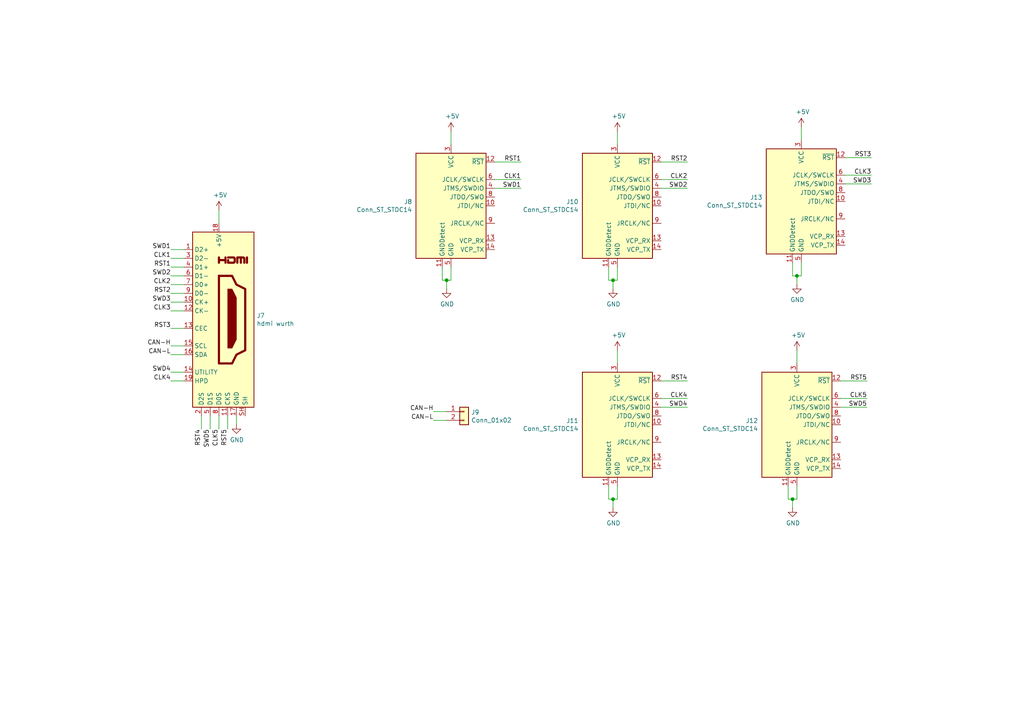
<source format=kicad_sch>
(kicad_sch (version 20211123) (generator eeschema)

  (uuid 3c121a93-b189-409b-a104-2bdd37ff0b51)

  (paper "A4")

  (lib_symbols
    (symbol "Connector:Conn_ST_STDC14" (in_bom yes) (on_board yes)
      (property "Reference" "J" (id 0) (at -8.89 16.51 0)
        (effects (font (size 1.27 1.27)) (justify right))
      )
      (property "Value" "Conn_ST_STDC14" (id 1) (at 17.78 16.51 0)
        (effects (font (size 1.27 1.27)) (justify right bottom))
      )
      (property "Footprint" "" (id 2) (at 0 0 0)
        (effects (font (size 1.27 1.27)) hide)
      )
      (property "Datasheet" "https://www.st.com/content/ccc/resource/technical/document/user_manual/group1/99/49/91/b6/b2/3a/46/e5/DM00526767/files/DM00526767.pdf/jcr:content/translations/en.DM00526767.pdf" (id 3) (at -8.89 -31.75 90)
        (effects (font (size 1.27 1.27)) hide)
      )
      (property "ki_keywords" "ST STM32 Cortex Debug Connector ARM SWD JTAG" (id 4) (at 0 0 0)
        (effects (font (size 1.27 1.27)) hide)
      )
      (property "ki_description" "ST Debug Connector, standard ARM Cortex-M SWD and JTAG interface plus UART" (id 5) (at 0 0 0)
        (effects (font (size 1.27 1.27)) hide)
      )
      (property "ki_fp_filters" "PinHeader?2x07?P1.27mm*" (id 6) (at 0 0 0)
        (effects (font (size 1.27 1.27)) hide)
      )
      (symbol "Conn_ST_STDC14_0_1"
        (rectangle (start -10.16 15.24) (end 10.16 -15.24)
          (stroke (width 0.254) (type default) (color 0 0 0 0))
          (fill (type background))
        )
      )
      (symbol "Conn_ST_STDC14_1_1"
        (pin no_connect line (at -10.16 5.08 0) (length 2.54) hide
          (name "NC" (effects (font (size 1.27 1.27))))
          (number "1" (effects (font (size 1.27 1.27))))
        )
        (pin output line (at 12.7 0 180) (length 2.54)
          (name "JTDI/NC" (effects (font (size 1.27 1.27))))
          (number "10" (effects (font (size 1.27 1.27))))
        )
        (pin passive line (at -2.54 -17.78 90) (length 2.54)
          (name "GNDDetect" (effects (font (size 1.27 1.27))))
          (number "11" (effects (font (size 1.27 1.27))))
        )
        (pin open_collector line (at 12.7 12.7 180) (length 2.54)
          (name "~{RST}" (effects (font (size 1.27 1.27))))
          (number "12" (effects (font (size 1.27 1.27))))
        )
        (pin output line (at 12.7 -10.16 180) (length 2.54)
          (name "VCP_RX" (effects (font (size 1.27 1.27))))
          (number "13" (effects (font (size 1.27 1.27))))
        )
        (pin input line (at 12.7 -12.7 180) (length 2.54)
          (name "VCP_TX" (effects (font (size 1.27 1.27))))
          (number "14" (effects (font (size 1.27 1.27))))
        )
        (pin no_connect line (at -10.16 2.54 0) (length 2.54) hide
          (name "NC" (effects (font (size 1.27 1.27))))
          (number "2" (effects (font (size 1.27 1.27))))
        )
        (pin power_in line (at 0 17.78 270) (length 2.54)
          (name "VCC" (effects (font (size 1.27 1.27))))
          (number "3" (effects (font (size 1.27 1.27))))
        )
        (pin bidirectional line (at 12.7 5.08 180) (length 2.54)
          (name "JTMS/SWDIO" (effects (font (size 1.27 1.27))))
          (number "4" (effects (font (size 1.27 1.27))))
        )
        (pin power_in line (at 0 -17.78 90) (length 2.54)
          (name "GND" (effects (font (size 1.27 1.27))))
          (number "5" (effects (font (size 1.27 1.27))))
        )
        (pin output line (at 12.7 7.62 180) (length 2.54)
          (name "JCLK/SWCLK" (effects (font (size 1.27 1.27))))
          (number "6" (effects (font (size 1.27 1.27))))
        )
        (pin passive line (at 0 -17.78 90) (length 2.54) hide
          (name "GND" (effects (font (size 1.27 1.27))))
          (number "7" (effects (font (size 1.27 1.27))))
        )
        (pin input line (at 12.7 2.54 180) (length 2.54)
          (name "JTDO/SWO" (effects (font (size 1.27 1.27))))
          (number "8" (effects (font (size 1.27 1.27))))
        )
        (pin input line (at 12.7 -5.08 180) (length 2.54)
          (name "JRCLK/NC" (effects (font (size 1.27 1.27))))
          (number "9" (effects (font (size 1.27 1.27))))
        )
      )
    )
    (symbol "Connector:HDMI_A" (in_bom yes) (on_board yes)
      (property "Reference" "J" (id 0) (at -6.35 26.67 0)
        (effects (font (size 1.27 1.27)))
      )
      (property "Value" "HDMI_A" (id 1) (at 10.16 26.67 0)
        (effects (font (size 1.27 1.27)))
      )
      (property "Footprint" "" (id 2) (at 0.635 0 0)
        (effects (font (size 1.27 1.27)) hide)
      )
      (property "Datasheet" "https://en.wikipedia.org/wiki/HDMI" (id 3) (at 0.635 0 0)
        (effects (font (size 1.27 1.27)) hide)
      )
      (property "ki_keywords" "hdmi conn" (id 4) (at 0 0 0)
        (effects (font (size 1.27 1.27)) hide)
      )
      (property "ki_description" "HDMI type A connector" (id 5) (at 0 0 0)
        (effects (font (size 1.27 1.27)) hide)
      )
      (property "ki_fp_filters" "HDMI*A*" (id 6) (at 0 0 0)
        (effects (font (size 1.27 1.27)) hide)
      )
      (symbol "HDMI_A_0_0"
        (polyline
          (pts
            (xy 8.128 16.51)
            (xy 8.128 18.034)
          )
          (stroke (width 0.635) (type default) (color 0 0 0 0))
          (fill (type none))
        )
        (polyline
          (pts
            (xy 0 16.51)
            (xy 0 18.034)
            (xy 0 17.272)
            (xy 1.905 17.272)
            (xy 1.905 18.034)
            (xy 1.905 16.51)
          )
          (stroke (width 0.635) (type default) (color 0 0 0 0))
          (fill (type none))
        )
        (polyline
          (pts
            (xy 2.667 18.034)
            (xy 4.318 18.034)
            (xy 4.572 17.78)
            (xy 4.572 16.764)
            (xy 4.318 16.51)
            (xy 2.667 16.51)
            (xy 2.667 17.272)
          )
          (stroke (width 0.635) (type default) (color 0 0 0 0))
          (fill (type none))
        )
      )
      (symbol "HDMI_A_0_1"
        (rectangle (start -7.62 25.4) (end 10.16 -25.4)
          (stroke (width 0.254) (type default) (color 0 0 0 0))
          (fill (type background))
        )
        (polyline
          (pts
            (xy 2.54 8.89)
            (xy 3.81 8.89)
            (xy 5.08 6.35)
            (xy 5.08 -5.715)
            (xy 3.81 -8.255)
            (xy 2.54 -8.255)
            (xy 2.54 8.89)
          )
          (stroke (width 0) (type default) (color 0 0 0 0))
          (fill (type outline))
        )
        (polyline
          (pts
            (xy 5.334 16.51)
            (xy 5.334 18.034)
            (xy 6.35 18.034)
            (xy 6.35 16.51)
            (xy 6.35 18.034)
            (xy 7.112 18.034)
            (xy 7.366 17.78)
            (xy 7.366 16.51)
          )
          (stroke (width 0.635) (type default) (color 0 0 0 0))
          (fill (type none))
        )
        (polyline
          (pts
            (xy 0 12.7)
            (xy 0 -12.7)
            (xy 3.81 -12.7)
            (xy 5.08 -10.16)
            (xy 7.62 -8.89)
            (xy 7.62 8.89)
            (xy 5.08 10.16)
            (xy 3.81 12.7)
            (xy 0 12.7)
          )
          (stroke (width 0.635) (type default) (color 0 0 0 0))
          (fill (type none))
        )
      )
      (symbol "HDMI_A_1_1"
        (pin passive line (at -10.16 20.32 0) (length 2.54)
          (name "D2+" (effects (font (size 1.27 1.27))))
          (number "1" (effects (font (size 1.27 1.27))))
        )
        (pin passive line (at -10.16 5.08 0) (length 2.54)
          (name "CK+" (effects (font (size 1.27 1.27))))
          (number "10" (effects (font (size 1.27 1.27))))
        )
        (pin power_in line (at 2.54 -27.94 90) (length 2.54)
          (name "CKS" (effects (font (size 1.27 1.27))))
          (number "11" (effects (font (size 1.27 1.27))))
        )
        (pin passive line (at -10.16 2.54 0) (length 2.54)
          (name "CK-" (effects (font (size 1.27 1.27))))
          (number "12" (effects (font (size 1.27 1.27))))
        )
        (pin bidirectional line (at -10.16 -2.54 0) (length 2.54)
          (name "CEC" (effects (font (size 1.27 1.27))))
          (number "13" (effects (font (size 1.27 1.27))))
        )
        (pin passive line (at -10.16 -15.24 0) (length 2.54)
          (name "UTILITY" (effects (font (size 1.27 1.27))))
          (number "14" (effects (font (size 1.27 1.27))))
        )
        (pin passive line (at -10.16 -7.62 0) (length 2.54)
          (name "SCL" (effects (font (size 1.27 1.27))))
          (number "15" (effects (font (size 1.27 1.27))))
        )
        (pin bidirectional line (at -10.16 -10.16 0) (length 2.54)
          (name "SDA" (effects (font (size 1.27 1.27))))
          (number "16" (effects (font (size 1.27 1.27))))
        )
        (pin power_in line (at 5.08 -27.94 90) (length 2.54)
          (name "GND" (effects (font (size 1.27 1.27))))
          (number "17" (effects (font (size 1.27 1.27))))
        )
        (pin power_in line (at 0 27.94 270) (length 2.54)
          (name "+5V" (effects (font (size 1.27 1.27))))
          (number "18" (effects (font (size 1.27 1.27))))
        )
        (pin passive line (at -10.16 -17.78 0) (length 2.54)
          (name "HPD" (effects (font (size 1.27 1.27))))
          (number "19" (effects (font (size 1.27 1.27))))
        )
        (pin power_in line (at -5.08 -27.94 90) (length 2.54)
          (name "D2S" (effects (font (size 1.27 1.27))))
          (number "2" (effects (font (size 1.27 1.27))))
        )
        (pin passive line (at -10.16 17.78 0) (length 2.54)
          (name "D2-" (effects (font (size 1.27 1.27))))
          (number "3" (effects (font (size 1.27 1.27))))
        )
        (pin passive line (at -10.16 15.24 0) (length 2.54)
          (name "D1+" (effects (font (size 1.27 1.27))))
          (number "4" (effects (font (size 1.27 1.27))))
        )
        (pin power_in line (at -2.54 -27.94 90) (length 2.54)
          (name "D1S" (effects (font (size 1.27 1.27))))
          (number "5" (effects (font (size 1.27 1.27))))
        )
        (pin passive line (at -10.16 12.7 0) (length 2.54)
          (name "D1-" (effects (font (size 1.27 1.27))))
          (number "6" (effects (font (size 1.27 1.27))))
        )
        (pin passive line (at -10.16 10.16 0) (length 2.54)
          (name "D0+" (effects (font (size 1.27 1.27))))
          (number "7" (effects (font (size 1.27 1.27))))
        )
        (pin power_in line (at 0 -27.94 90) (length 2.54)
          (name "D0S" (effects (font (size 1.27 1.27))))
          (number "8" (effects (font (size 1.27 1.27))))
        )
        (pin passive line (at -10.16 7.62 0) (length 2.54)
          (name "D0-" (effects (font (size 1.27 1.27))))
          (number "9" (effects (font (size 1.27 1.27))))
        )
        (pin passive line (at 7.62 -27.94 90) (length 2.54)
          (name "SH" (effects (font (size 1.27 1.27))))
          (number "SH" (effects (font (size 1.27 1.27))))
        )
      )
    )
    (symbol "Connector_Generic:Conn_01x02" (pin_names (offset 1.016) hide) (in_bom yes) (on_board yes)
      (property "Reference" "J" (id 0) (at 0 2.54 0)
        (effects (font (size 1.27 1.27)))
      )
      (property "Value" "Conn_01x02" (id 1) (at 0 -5.08 0)
        (effects (font (size 1.27 1.27)))
      )
      (property "Footprint" "" (id 2) (at 0 0 0)
        (effects (font (size 1.27 1.27)) hide)
      )
      (property "Datasheet" "~" (id 3) (at 0 0 0)
        (effects (font (size 1.27 1.27)) hide)
      )
      (property "ki_keywords" "connector" (id 4) (at 0 0 0)
        (effects (font (size 1.27 1.27)) hide)
      )
      (property "ki_description" "Generic connector, single row, 01x02, script generated (kicad-library-utils/schlib/autogen/connector/)" (id 5) (at 0 0 0)
        (effects (font (size 1.27 1.27)) hide)
      )
      (property "ki_fp_filters" "Connector*:*_1x??_*" (id 6) (at 0 0 0)
        (effects (font (size 1.27 1.27)) hide)
      )
      (symbol "Conn_01x02_1_1"
        (rectangle (start -1.27 -2.413) (end 0 -2.667)
          (stroke (width 0.1524) (type default) (color 0 0 0 0))
          (fill (type none))
        )
        (rectangle (start -1.27 0.127) (end 0 -0.127)
          (stroke (width 0.1524) (type default) (color 0 0 0 0))
          (fill (type none))
        )
        (rectangle (start -1.27 1.27) (end 1.27 -3.81)
          (stroke (width 0.254) (type default) (color 0 0 0 0))
          (fill (type background))
        )
        (pin passive line (at -5.08 0 0) (length 3.81)
          (name "Pin_1" (effects (font (size 1.27 1.27))))
          (number "1" (effects (font (size 1.27 1.27))))
        )
        (pin passive line (at -5.08 -2.54 0) (length 3.81)
          (name "Pin_2" (effects (font (size 1.27 1.27))))
          (number "2" (effects (font (size 1.27 1.27))))
        )
      )
    )
    (symbol "power:+5V" (power) (pin_names (offset 0)) (in_bom yes) (on_board yes)
      (property "Reference" "#PWR" (id 0) (at 0 -3.81 0)
        (effects (font (size 1.27 1.27)) hide)
      )
      (property "Value" "+5V" (id 1) (at 0 3.556 0)
        (effects (font (size 1.27 1.27)))
      )
      (property "Footprint" "" (id 2) (at 0 0 0)
        (effects (font (size 1.27 1.27)) hide)
      )
      (property "Datasheet" "" (id 3) (at 0 0 0)
        (effects (font (size 1.27 1.27)) hide)
      )
      (property "ki_keywords" "power-flag" (id 4) (at 0 0 0)
        (effects (font (size 1.27 1.27)) hide)
      )
      (property "ki_description" "Power symbol creates a global label with name \"+5V\"" (id 5) (at 0 0 0)
        (effects (font (size 1.27 1.27)) hide)
      )
      (symbol "+5V_0_1"
        (polyline
          (pts
            (xy -0.762 1.27)
            (xy 0 2.54)
          )
          (stroke (width 0) (type default) (color 0 0 0 0))
          (fill (type none))
        )
        (polyline
          (pts
            (xy 0 0)
            (xy 0 2.54)
          )
          (stroke (width 0) (type default) (color 0 0 0 0))
          (fill (type none))
        )
        (polyline
          (pts
            (xy 0 2.54)
            (xy 0.762 1.27)
          )
          (stroke (width 0) (type default) (color 0 0 0 0))
          (fill (type none))
        )
      )
      (symbol "+5V_1_1"
        (pin power_in line (at 0 0 90) (length 0) hide
          (name "+5V" (effects (font (size 1.27 1.27))))
          (number "1" (effects (font (size 1.27 1.27))))
        )
      )
    )
    (symbol "power:GND" (power) (pin_names (offset 0)) (in_bom yes) (on_board yes)
      (property "Reference" "#PWR" (id 0) (at 0 -6.35 0)
        (effects (font (size 1.27 1.27)) hide)
      )
      (property "Value" "GND" (id 1) (at 0 -3.81 0)
        (effects (font (size 1.27 1.27)))
      )
      (property "Footprint" "" (id 2) (at 0 0 0)
        (effects (font (size 1.27 1.27)) hide)
      )
      (property "Datasheet" "" (id 3) (at 0 0 0)
        (effects (font (size 1.27 1.27)) hide)
      )
      (property "ki_keywords" "power-flag" (id 4) (at 0 0 0)
        (effects (font (size 1.27 1.27)) hide)
      )
      (property "ki_description" "Power symbol creates a global label with name \"GND\" , ground" (id 5) (at 0 0 0)
        (effects (font (size 1.27 1.27)) hide)
      )
      (symbol "GND_0_1"
        (polyline
          (pts
            (xy 0 0)
            (xy 0 -1.27)
            (xy 1.27 -1.27)
            (xy 0 -2.54)
            (xy -1.27 -1.27)
            (xy 0 -1.27)
          )
          (stroke (width 0) (type default) (color 0 0 0 0))
          (fill (type none))
        )
      )
      (symbol "GND_1_1"
        (pin power_in line (at 0 0 270) (length 0) hide
          (name "GND" (effects (font (size 1.27 1.27))))
          (number "1" (effects (font (size 1.27 1.27))))
        )
      )
    )
  )

  (junction (at 229.87 144.78) (diameter 0) (color 0 0 0 0)
    (uuid 0938c137-668b-4d2f-b92b-cadb1df72bdb)
  )
  (junction (at 177.8 81.28) (diameter 0) (color 0 0 0 0)
    (uuid 34ddb753-e57c-4ca8-a67b-d7cdf62cae93)
  )
  (junction (at 129.54 81.28) (diameter 0) (color 0 0 0 0)
    (uuid 6f5a9f10-1b2c-4916-b4e5-cb5bd0f851a0)
  )
  (junction (at 231.14 80.01) (diameter 0) (color 0 0 0 0)
    (uuid af6ac8e6-193c-4bd2-ac0b-7f515b538a8b)
  )
  (junction (at 177.8 144.78) (diameter 0) (color 0 0 0 0)
    (uuid d1817a81-d444-4cd9-95f6-174ec9e2a60e)
  )

  (wire (pts (xy 176.53 140.97) (xy 176.53 144.78))
    (stroke (width 0) (type default) (color 0 0 0 0))
    (uuid 003974b6-cb8f-491b-a226-fc7891eb9a62)
  )
  (wire (pts (xy 63.5 124.46) (xy 63.5 120.65))
    (stroke (width 0) (type default) (color 0 0 0 0))
    (uuid 01109662-12b4-48a3-b68d-624008909c2a)
  )
  (wire (pts (xy 176.53 81.28) (xy 177.8 81.28))
    (stroke (width 0) (type default) (color 0 0 0 0))
    (uuid 09c6ca89-863f-42d4-867e-9a769c316610)
  )
  (wire (pts (xy 60.96 124.46) (xy 60.96 120.65))
    (stroke (width 0) (type default) (color 0 0 0 0))
    (uuid 0e166909-afb5-4d70-a00b-dd78cd09b084)
  )
  (wire (pts (xy 199.39 46.99) (xy 191.77 46.99))
    (stroke (width 0) (type default) (color 0 0 0 0))
    (uuid 0e592cd4-1950-44ef-9727-8e526f4c4e12)
  )
  (wire (pts (xy 179.07 77.47) (xy 179.07 81.28))
    (stroke (width 0) (type default) (color 0 0 0 0))
    (uuid 11c7c8d4-4c4b-4330-bb59-1eec2e98b255)
  )
  (wire (pts (xy 199.39 110.49) (xy 191.77 110.49))
    (stroke (width 0) (type default) (color 0 0 0 0))
    (uuid 122b5574-57fe-4d2d-80bf-3cabd28e7128)
  )
  (wire (pts (xy 49.53 90.17) (xy 53.34 90.17))
    (stroke (width 0) (type default) (color 0 0 0 0))
    (uuid 1b5a32e4-0b8e-4f38-b679-71dc277c2087)
  )
  (wire (pts (xy 231.14 140.97) (xy 231.14 144.78))
    (stroke (width 0) (type default) (color 0 0 0 0))
    (uuid 1b98de85-f9de-4825-baf2-c96991615275)
  )
  (wire (pts (xy 177.8 144.78) (xy 177.8 147.32))
    (stroke (width 0) (type default) (color 0 0 0 0))
    (uuid 2522909e-6f5c-4f36-9c3a-869dca14e50f)
  )
  (wire (pts (xy 179.07 81.28) (xy 177.8 81.28))
    (stroke (width 0) (type default) (color 0 0 0 0))
    (uuid 28b01cd2-da3a-46ec-8825-b0f31a0b8987)
  )
  (wire (pts (xy 252.73 53.34) (xy 245.11 53.34))
    (stroke (width 0) (type default) (color 0 0 0 0))
    (uuid 2cd3975a-2259-4fa9-8133-e1586b9b9618)
  )
  (wire (pts (xy 176.53 77.47) (xy 176.53 81.28))
    (stroke (width 0) (type default) (color 0 0 0 0))
    (uuid 300aa512-2f66-4c26-a530-50c091b3a099)
  )
  (wire (pts (xy 125.73 121.92) (xy 129.54 121.92))
    (stroke (width 0) (type default) (color 0 0 0 0))
    (uuid 348dc703-3cab-4547-b664-e8b335a6083c)
  )
  (wire (pts (xy 179.07 144.78) (xy 177.8 144.78))
    (stroke (width 0) (type default) (color 0 0 0 0))
    (uuid 3a45fb3b-7899-44f2-a78a-f676359df67b)
  )
  (wire (pts (xy 229.87 80.01) (xy 231.14 80.01))
    (stroke (width 0) (type default) (color 0 0 0 0))
    (uuid 3b6dda98-f455-4961-854e-3c4cceecffcc)
  )
  (wire (pts (xy 53.34 77.47) (xy 49.53 77.47))
    (stroke (width 0) (type default) (color 0 0 0 0))
    (uuid 3c66e6e2-f12d-4b23-910e-e478d272dfd5)
  )
  (wire (pts (xy 129.54 81.28) (xy 129.54 83.82))
    (stroke (width 0) (type default) (color 0 0 0 0))
    (uuid 3f1ab70d-3263-42b5-9c61-0360188ff2b7)
  )
  (wire (pts (xy 49.53 82.55) (xy 53.34 82.55))
    (stroke (width 0) (type default) (color 0 0 0 0))
    (uuid 414f80f7-b2d5-43c3-a018-819efe44fe30)
  )
  (wire (pts (xy 232.41 80.01) (xy 231.14 80.01))
    (stroke (width 0) (type default) (color 0 0 0 0))
    (uuid 42f10020-b50a-4739-a546-6b63e441c980)
  )
  (wire (pts (xy 49.53 85.09) (xy 53.34 85.09))
    (stroke (width 0) (type default) (color 0 0 0 0))
    (uuid 494d4ce3-60c4-4021-8bd1-ab41a12b14ed)
  )
  (wire (pts (xy 191.77 115.57) (xy 199.39 115.57))
    (stroke (width 0) (type default) (color 0 0 0 0))
    (uuid 4f4bd227-fa4c-47f4-ad05-ee16ad4c58c2)
  )
  (wire (pts (xy 231.14 101.6) (xy 231.14 105.41))
    (stroke (width 0) (type default) (color 0 0 0 0))
    (uuid 5698a460-6e24-4857-84d8-4a43acd2325d)
  )
  (wire (pts (xy 49.53 107.95) (xy 53.34 107.95))
    (stroke (width 0) (type default) (color 0 0 0 0))
    (uuid 5a889284-4c9f-49be-8f02-e43e18550914)
  )
  (wire (pts (xy 179.07 38.1) (xy 179.07 41.91))
    (stroke (width 0) (type default) (color 0 0 0 0))
    (uuid 5bbde4f9-fcdb-4d27-a2d6-3847fcdd87ba)
  )
  (wire (pts (xy 53.34 102.87) (xy 49.53 102.87))
    (stroke (width 0) (type default) (color 0 0 0 0))
    (uuid 6742a066-6a5f-4185-90ae-b7fe8c6eda52)
  )
  (wire (pts (xy 232.41 76.2) (xy 232.41 80.01))
    (stroke (width 0) (type default) (color 0 0 0 0))
    (uuid 68039801-1b0f-480a-861d-d55f24af0c17)
  )
  (wire (pts (xy 245.11 50.8) (xy 252.73 50.8))
    (stroke (width 0) (type default) (color 0 0 0 0))
    (uuid 70abf340-8b3e-403e-a5e2-d8f35caa2f87)
  )
  (wire (pts (xy 228.6 144.78) (xy 229.87 144.78))
    (stroke (width 0) (type default) (color 0 0 0 0))
    (uuid 74096bdc-b668-408c-af3a-b048c20bd605)
  )
  (wire (pts (xy 179.07 140.97) (xy 179.07 144.78))
    (stroke (width 0) (type default) (color 0 0 0 0))
    (uuid 7c0866b5-b180-4be6-9e62-43f5b191d6d4)
  )
  (wire (pts (xy 125.73 119.38) (xy 129.54 119.38))
    (stroke (width 0) (type default) (color 0 0 0 0))
    (uuid 7d2eba81-aa80-4257-a5a7-9a6179da897e)
  )
  (wire (pts (xy 252.73 45.72) (xy 245.11 45.72))
    (stroke (width 0) (type default) (color 0 0 0 0))
    (uuid 7de6564c-7ad6-4d57-a54c-8d2835ff5cdc)
  )
  (wire (pts (xy 243.84 115.57) (xy 251.46 115.57))
    (stroke (width 0) (type default) (color 0 0 0 0))
    (uuid 8220ba36-5fda-4461-95e2-49a5bc0c76af)
  )
  (wire (pts (xy 49.53 87.63) (xy 53.34 87.63))
    (stroke (width 0) (type default) (color 0 0 0 0))
    (uuid 84febc35-87fd-4cad-8e04-2b66390cfc12)
  )
  (wire (pts (xy 229.87 144.78) (xy 229.87 147.32))
    (stroke (width 0) (type default) (color 0 0 0 0))
    (uuid 89df70f4-3579-42b9-861e-6beb04a3b25e)
  )
  (wire (pts (xy 130.81 38.1) (xy 130.81 41.91))
    (stroke (width 0) (type default) (color 0 0 0 0))
    (uuid 94c3d0e3-d7fb-421d-bbb4-5c800d76c809)
  )
  (wire (pts (xy 151.13 46.99) (xy 143.51 46.99))
    (stroke (width 0) (type default) (color 0 0 0 0))
    (uuid 9a595c4c-9ac1-4ae3-8ff3-1b7f2281a894)
  )
  (wire (pts (xy 151.13 54.61) (xy 143.51 54.61))
    (stroke (width 0) (type default) (color 0 0 0 0))
    (uuid 9b07d532-5f76-4469-8dbf-25ac27eef589)
  )
  (wire (pts (xy 191.77 52.07) (xy 199.39 52.07))
    (stroke (width 0) (type default) (color 0 0 0 0))
    (uuid a150f0c9-1a23-4200-b489-18791f6d5ce5)
  )
  (wire (pts (xy 143.51 52.07) (xy 151.13 52.07))
    (stroke (width 0) (type default) (color 0 0 0 0))
    (uuid a26bdee6-0e16-4ea6-87f7-fb32c714896e)
  )
  (wire (pts (xy 49.53 80.01) (xy 53.34 80.01))
    (stroke (width 0) (type default) (color 0 0 0 0))
    (uuid a419542a-0c78-421e-9ac7-81d3afba6186)
  )
  (wire (pts (xy 177.8 81.28) (xy 177.8 83.82))
    (stroke (width 0) (type default) (color 0 0 0 0))
    (uuid a49e8613-3cd2-48ed-8977-6bb5023f7722)
  )
  (wire (pts (xy 68.58 120.65) (xy 68.58 123.19))
    (stroke (width 0) (type default) (color 0 0 0 0))
    (uuid a67dbe3b-ec7d-4ea5-b0e5-715c5263d8da)
  )
  (wire (pts (xy 66.04 124.46) (xy 66.04 120.65))
    (stroke (width 0) (type default) (color 0 0 0 0))
    (uuid b754bfb3-a198-47be-8e7b-61bec885a5db)
  )
  (wire (pts (xy 58.42 120.65) (xy 58.42 124.46))
    (stroke (width 0) (type default) (color 0 0 0 0))
    (uuid bc1d5740-b0c7-4566-95b0-470ac47a1fb3)
  )
  (wire (pts (xy 128.27 81.28) (xy 129.54 81.28))
    (stroke (width 0) (type default) (color 0 0 0 0))
    (uuid bde3f73b-f869-498d-a8d7-18346cb7179e)
  )
  (wire (pts (xy 63.5 60.96) (xy 63.5 64.77))
    (stroke (width 0) (type default) (color 0 0 0 0))
    (uuid c480dba7-51ff-4a4f-9251-e48b2784c64a)
  )
  (wire (pts (xy 176.53 144.78) (xy 177.8 144.78))
    (stroke (width 0) (type default) (color 0 0 0 0))
    (uuid c81031ca-cd56-4ea3-b0db-833cbbdd7b2e)
  )
  (wire (pts (xy 130.81 81.28) (xy 129.54 81.28))
    (stroke (width 0) (type default) (color 0 0 0 0))
    (uuid d2db53d0-2821-4ebe-bf21-b864eac8ca44)
  )
  (wire (pts (xy 130.81 77.47) (xy 130.81 81.28))
    (stroke (width 0) (type default) (color 0 0 0 0))
    (uuid d6040293-95f0-436a-938c-ad69875a4be8)
  )
  (wire (pts (xy 49.53 74.93) (xy 53.34 74.93))
    (stroke (width 0) (type default) (color 0 0 0 0))
    (uuid d8370835-89ad-4b62-9f40-d0c10470788a)
  )
  (wire (pts (xy 231.14 144.78) (xy 229.87 144.78))
    (stroke (width 0) (type default) (color 0 0 0 0))
    (uuid dc628a9d-67e8-4a03-b99f-8cc7a42af6ef)
  )
  (wire (pts (xy 49.53 100.33) (xy 53.34 100.33))
    (stroke (width 0) (type default) (color 0 0 0 0))
    (uuid dc7523a5-4408-4a51-bc92-6a47a538c094)
  )
  (wire (pts (xy 228.6 140.97) (xy 228.6 144.78))
    (stroke (width 0) (type default) (color 0 0 0 0))
    (uuid dde4c43d-f33e-48ba-86f3-779fdfce00c2)
  )
  (wire (pts (xy 232.41 36.83) (xy 232.41 40.64))
    (stroke (width 0) (type default) (color 0 0 0 0))
    (uuid dff67d5c-d976-4516-ae67-dbbdb70f8ddd)
  )
  (wire (pts (xy 179.07 101.6) (xy 179.07 105.41))
    (stroke (width 0) (type default) (color 0 0 0 0))
    (uuid e42fd0d4-9927-4308-81d9-4cca814c8ea9)
  )
  (wire (pts (xy 199.39 54.61) (xy 191.77 54.61))
    (stroke (width 0) (type default) (color 0 0 0 0))
    (uuid e77c17df-b20e-4e7d-b937-f281c75a0014)
  )
  (wire (pts (xy 128.27 77.47) (xy 128.27 81.28))
    (stroke (width 0) (type default) (color 0 0 0 0))
    (uuid ea28e946-b74f-4ba8-ac7b-b1884c5e7296)
  )
  (wire (pts (xy 231.14 80.01) (xy 231.14 82.55))
    (stroke (width 0) (type default) (color 0 0 0 0))
    (uuid eafb53d1-7486-4935-b154-2efbffbed6ca)
  )
  (wire (pts (xy 53.34 72.39) (xy 49.53 72.39))
    (stroke (width 0) (type default) (color 0 0 0 0))
    (uuid eb1b2aa2-a3cc-4a96-87ec-70fcae365f0f)
  )
  (wire (pts (xy 49.53 110.49) (xy 53.34 110.49))
    (stroke (width 0) (type default) (color 0 0 0 0))
    (uuid eb7e294c-b398-413b-8b78-85a66ed5f3ea)
  )
  (wire (pts (xy 199.39 118.11) (xy 191.77 118.11))
    (stroke (width 0) (type default) (color 0 0 0 0))
    (uuid ed952427-2217-4500-9bbc-0c2746b198ad)
  )
  (wire (pts (xy 229.87 76.2) (xy 229.87 80.01))
    (stroke (width 0) (type default) (color 0 0 0 0))
    (uuid f6dcb5b4-0971-448a-b9ab-6db37a750704)
  )
  (wire (pts (xy 49.53 95.25) (xy 53.34 95.25))
    (stroke (width 0) (type default) (color 0 0 0 0))
    (uuid f74eb612-4697-4cb4-afe4-9f94828b954d)
  )
  (wire (pts (xy 251.46 118.11) (xy 243.84 118.11))
    (stroke (width 0) (type default) (color 0 0 0 0))
    (uuid fbb5e77c-4b41-4796-ad13-1b9e2bbc3c81)
  )
  (wire (pts (xy 251.46 110.49) (xy 243.84 110.49))
    (stroke (width 0) (type default) (color 0 0 0 0))
    (uuid fdc57161-f7f8-4584-b0ec-8c1aa24339c6)
  )

  (label "CLK3" (at 49.53 90.17 180)
    (effects (font (size 1.27 1.27)) (justify right bottom))
    (uuid 04d60995-4f82-4f17-8f82-2f27a0a779cc)
  )
  (label "SWD1" (at 151.13 54.61 180)
    (effects (font (size 1.27 1.27)) (justify right bottom))
    (uuid 07652224-af43-42a2-841c-1883ba305bc4)
  )
  (label "SWD2" (at 199.39 54.61 180)
    (effects (font (size 1.27 1.27)) (justify right bottom))
    (uuid 0a8dfc5c-35dc-4e44-a2bf-5968ebf90cca)
  )
  (label "RST5" (at 66.04 124.46 270)
    (effects (font (size 1.27 1.27)) (justify right bottom))
    (uuid 1a813eeb-ee58-4579-81e1-3f9a7227213c)
  )
  (label "RST2" (at 49.53 85.09 180)
    (effects (font (size 1.27 1.27)) (justify right bottom))
    (uuid 2151a218-87ec-4d43-b5fa-736242c52602)
  )
  (label "CLK1" (at 151.13 52.07 180)
    (effects (font (size 1.27 1.27)) (justify right bottom))
    (uuid 39845449-7a31-4262-86b1-e7af14a6659f)
  )
  (label "RST4" (at 199.39 110.49 180)
    (effects (font (size 1.27 1.27)) (justify right bottom))
    (uuid 444b2eaf-241d-42e5-8717-27a83d099c5b)
  )
  (label "CAN-H" (at 125.73 119.38 180)
    (effects (font (size 1.27 1.27)) (justify right bottom))
    (uuid 4b471778-f61d-4b9d-a507-3d4f82ec4b7c)
  )
  (label "CAN-L" (at 49.53 102.87 180)
    (effects (font (size 1.27 1.27)) (justify right bottom))
    (uuid 4c8704fa-310a-4c01-8dc1-2b7e2727fea0)
  )
  (label "CLK5" (at 251.46 115.57 180)
    (effects (font (size 1.27 1.27)) (justify right bottom))
    (uuid 57543893-39bf-4d83-b4e0-8d020b4a6d48)
  )
  (label "CLK2" (at 199.39 52.07 180)
    (effects (font (size 1.27 1.27)) (justify right bottom))
    (uuid 5a397f61-35c4-4c18-9dcd-73a2d44cc9af)
  )
  (label "CLK4" (at 49.53 110.49 180)
    (effects (font (size 1.27 1.27)) (justify right bottom))
    (uuid 621c8eb9-ae87-439a-b350-badb5d559a5a)
  )
  (label "RST1" (at 49.53 77.47 180)
    (effects (font (size 1.27 1.27)) (justify right bottom))
    (uuid 64256223-cf3b-4a78-97d3-f1dca769968f)
  )
  (label "CLK2" (at 49.53 82.55 180)
    (effects (font (size 1.27 1.27)) (justify right bottom))
    (uuid 6aa022fb-09ce-49d9-86b1-c73b3ee817e2)
  )
  (label "RST1" (at 151.13 46.99 180)
    (effects (font (size 1.27 1.27)) (justify right bottom))
    (uuid 6ea0f2f7-b064-4b8f-bd17-48195d1c83d1)
  )
  (label "RST3" (at 49.53 95.25 180)
    (effects (font (size 1.27 1.27)) (justify right bottom))
    (uuid 6f44a349-1ba9-4965-b217-aa1589a07228)
  )
  (label "SWD4" (at 49.53 107.95 180)
    (effects (font (size 1.27 1.27)) (justify right bottom))
    (uuid 72cc7949-68f8-4ef8-adcb-a65c1d042672)
  )
  (label "SWD2" (at 49.53 80.01 180)
    (effects (font (size 1.27 1.27)) (justify right bottom))
    (uuid 7e498af5-a41b-4f8f-8a13-10c00a9160aa)
  )
  (label "RST2" (at 199.39 46.99 180)
    (effects (font (size 1.27 1.27)) (justify right bottom))
    (uuid 8615dae0-65cf-4932-8e6f-9a0f32429a5e)
  )
  (label "SWD4" (at 199.39 118.11 180)
    (effects (font (size 1.27 1.27)) (justify right bottom))
    (uuid 8ef1307e-4e79-474d-a93c-be38f714571c)
  )
  (label "RST3" (at 252.73 45.72 180)
    (effects (font (size 1.27 1.27)) (justify right bottom))
    (uuid 92bd1111-b941-4c03-b7ec-a08a9359bc50)
  )
  (label "SWD5" (at 251.46 118.11 180)
    (effects (font (size 1.27 1.27)) (justify right bottom))
    (uuid 9c5933cf-1535-4465-90dd-da9b75afcdcf)
  )
  (label "CAN-H" (at 49.53 100.33 180)
    (effects (font (size 1.27 1.27)) (justify right bottom))
    (uuid a6dc1180-19c4-432b-af49-fc9179bb4519)
  )
  (label "CAN-L" (at 125.73 121.92 180)
    (effects (font (size 1.27 1.27)) (justify right bottom))
    (uuid adcbf4d0-ed9c-4c7d-b78f-3bcbe974bdcb)
  )
  (label "RST4" (at 58.42 124.46 270)
    (effects (font (size 1.27 1.27)) (justify right bottom))
    (uuid b2001159-b6cb-4000-85f5-34f6c410920f)
  )
  (label "SWD1" (at 49.53 72.39 180)
    (effects (font (size 1.27 1.27)) (justify right bottom))
    (uuid b21625e3-a75b-41d7-9f13-4c0e12ba16cb)
  )
  (label "CLK4" (at 199.39 115.57 180)
    (effects (font (size 1.27 1.27)) (justify right bottom))
    (uuid b24c67bf-acb7-486e-9d7b-fb513b8c7fc6)
  )
  (label "SWD3" (at 49.53 87.63 180)
    (effects (font (size 1.27 1.27)) (justify right bottom))
    (uuid b45059f3-613f-4b7a-a70a-ed75a9e941e6)
  )
  (label "CLK3" (at 252.73 50.8 180)
    (effects (font (size 1.27 1.27)) (justify right bottom))
    (uuid b66731e7-61d5-4447-bf6a-e91a62b82298)
  )
  (label "SWD3" (at 252.73 53.34 180)
    (effects (font (size 1.27 1.27)) (justify right bottom))
    (uuid c56bbebe-0c9a-418d-911e-b8ba7c53125d)
  )
  (label "CLK1" (at 49.53 74.93 180)
    (effects (font (size 1.27 1.27)) (justify right bottom))
    (uuid df93f76b-86da-45ae-87e2-4b691af12b00)
  )
  (label "RST5" (at 251.46 110.49 180)
    (effects (font (size 1.27 1.27)) (justify right bottom))
    (uuid ef3dded2-639c-45d4-8076-84cfb5189592)
  )
  (label "CLK5" (at 63.5 124.46 270)
    (effects (font (size 1.27 1.27)) (justify right bottom))
    (uuid fab1abc4-c49d-4b88-8c7f-939d7feb7b6c)
  )
  (label "SWD5" (at 60.96 124.46 270)
    (effects (font (size 1.27 1.27)) (justify right bottom))
    (uuid fb191df4-267d-4797-80dd-be346b8eeb99)
  )

  (symbol (lib_id "power:GND") (at 129.54 83.82 0) (unit 1)
    (in_bom yes) (on_board yes)
    (uuid 00000000-0000-0000-0000-000061991da9)
    (property "Reference" "#PWR0111" (id 0) (at 129.54 90.17 0)
      (effects (font (size 1.27 1.27)) hide)
    )
    (property "Value" "GND" (id 1) (at 129.667 88.2142 0))
    (property "Footprint" "" (id 2) (at 129.54 83.82 0)
      (effects (font (size 1.27 1.27)) hide)
    )
    (property "Datasheet" "" (id 3) (at 129.54 83.82 0)
      (effects (font (size 1.27 1.27)) hide)
    )
    (pin "1" (uuid c64a3e84-6dd6-45ab-a365-6f02b99f1ebf))
  )

  (symbol (lib_id "Connector_Generic:Conn_01x02") (at 134.62 119.38 0) (unit 1)
    (in_bom yes) (on_board yes)
    (uuid 00000000-0000-0000-0000-000061991db1)
    (property "Reference" "J9" (id 0) (at 136.652 119.5832 0)
      (effects (font (size 1.27 1.27)) (justify left))
    )
    (property "Value" "Conn_01x02" (id 1) (at 136.652 121.8946 0)
      (effects (font (size 1.27 1.27)) (justify left))
    )
    (property "Footprint" "Connector_PinHeader_2.54mm:PinHeader_1x02_P2.54mm_Vertical" (id 2) (at 134.62 119.38 0)
      (effects (font (size 1.27 1.27)) hide)
    )
    (property "Datasheet" "~" (id 3) (at 134.62 119.38 0)
      (effects (font (size 1.27 1.27)) hide)
    )
    (pin "1" (uuid 7ab19960-f2f3-4e5d-af95-04c65f956606))
    (pin "2" (uuid 4ebb6a6a-b4bb-4164-aca7-4360c1e66755))
  )

  (symbol (lib_id "power:+5V") (at 130.81 38.1 0) (unit 1)
    (in_bom yes) (on_board yes)
    (uuid 00000000-0000-0000-0000-000061991db9)
    (property "Reference" "#PWR0112" (id 0) (at 130.81 41.91 0)
      (effects (font (size 1.27 1.27)) hide)
    )
    (property "Value" "+5V" (id 1) (at 131.191 33.7058 0))
    (property "Footprint" "" (id 2) (at 130.81 38.1 0)
      (effects (font (size 1.27 1.27)) hide)
    )
    (property "Datasheet" "" (id 3) (at 130.81 38.1 0)
      (effects (font (size 1.27 1.27)) hide)
    )
    (pin "1" (uuid 7fc43df3-c487-49f2-b446-c9a851afb30a))
  )

  (symbol (lib_id "Connector:Conn_ST_STDC14") (at 130.81 59.69 0) (unit 1)
    (in_bom yes) (on_board yes)
    (uuid 00000000-0000-0000-0000-000061991dc0)
    (property "Reference" "J8" (id 0) (at 119.5578 58.5216 0)
      (effects (font (size 1.27 1.27)) (justify right))
    )
    (property "Value" "Conn_ST_STDC14" (id 1) (at 119.5578 60.833 0)
      (effects (font (size 1.27 1.27)) (justify right))
    )
    (property "Footprint" "Connector_PinHeader_2.54mm:PinHeader_2x07_P2.54mm_Vertical" (id 2) (at 130.81 59.69 0)
      (effects (font (size 1.27 1.27)) hide)
    )
    (property "Datasheet" "https://www.st.com/content/ccc/resource/technical/document/user_manual/group1/99/49/91/b6/b2/3a/46/e5/DM00526767/files/DM00526767.pdf/jcr:content/translations/en.DM00526767.pdf" (id 3) (at 121.92 91.44 90)
      (effects (font (size 1.27 1.27)) hide)
    )
    (pin "1" (uuid 6b935ef5-ce74-45ab-a587-7af853653621))
    (pin "10" (uuid 42ce46d7-a64b-4b2b-898e-0bcf3452c1a6))
    (pin "11" (uuid e06a95d1-b4c5-4e9c-9f59-d69a4098c66d))
    (pin "12" (uuid 9785e669-1177-4d17-8942-eb516f57ee69))
    (pin "13" (uuid 7cef1bc1-da3c-4dbe-bdda-9c2729f4e689))
    (pin "14" (uuid 82df33ea-2e2c-428e-945a-d4b9b71f292f))
    (pin "2" (uuid c58f9b67-5e11-44bd-93bf-e50e28e8a3c9))
    (pin "3" (uuid d8790461-a0af-4d31-a6a2-edd535de33d0))
    (pin "4" (uuid ec8519bc-21ca-470c-90d3-256d6f7ae892))
    (pin "5" (uuid ff014f95-a967-4399-ba11-733dc29df4ff))
    (pin "6" (uuid 0f42af37-45d6-4a55-bb59-732500a7cdbf))
    (pin "7" (uuid 0ccd0e62-06d2-49e8-bbb0-6ccf7c550ad7))
    (pin "8" (uuid 33d1171e-f83c-4d6a-8352-0a81baa4ca03))
    (pin "9" (uuid 54a29ede-8792-42aa-a592-c4909d3dc381))
  )

  (symbol (lib_id "power:GND") (at 177.8 83.82 0) (unit 1)
    (in_bom yes) (on_board yes)
    (uuid 00000000-0000-0000-0000-000061996db9)
    (property "Reference" "#PWR0113" (id 0) (at 177.8 90.17 0)
      (effects (font (size 1.27 1.27)) hide)
    )
    (property "Value" "GND" (id 1) (at 177.927 88.2142 0))
    (property "Footprint" "" (id 2) (at 177.8 83.82 0)
      (effects (font (size 1.27 1.27)) hide)
    )
    (property "Datasheet" "" (id 3) (at 177.8 83.82 0)
      (effects (font (size 1.27 1.27)) hide)
    )
    (pin "1" (uuid 67d2a841-80e6-4798-8142-91805bc921a8))
  )

  (symbol (lib_id "power:+5V") (at 179.07 38.1 0) (unit 1)
    (in_bom yes) (on_board yes)
    (uuid 00000000-0000-0000-0000-000061996dc1)
    (property "Reference" "#PWR0114" (id 0) (at 179.07 41.91 0)
      (effects (font (size 1.27 1.27)) hide)
    )
    (property "Value" "+5V" (id 1) (at 179.451 33.7058 0))
    (property "Footprint" "" (id 2) (at 179.07 38.1 0)
      (effects (font (size 1.27 1.27)) hide)
    )
    (property "Datasheet" "" (id 3) (at 179.07 38.1 0)
      (effects (font (size 1.27 1.27)) hide)
    )
    (pin "1" (uuid 51e25e81-7b5a-46c6-8133-77833d753510))
  )

  (symbol (lib_id "Connector:Conn_ST_STDC14") (at 179.07 59.69 0) (unit 1)
    (in_bom yes) (on_board yes)
    (uuid 00000000-0000-0000-0000-000061996dc8)
    (property "Reference" "J10" (id 0) (at 167.8178 58.5216 0)
      (effects (font (size 1.27 1.27)) (justify right))
    )
    (property "Value" "Conn_ST_STDC14" (id 1) (at 167.8178 60.833 0)
      (effects (font (size 1.27 1.27)) (justify right))
    )
    (property "Footprint" "Connector_PinHeader_2.54mm:PinHeader_2x07_P2.54mm_Vertical" (id 2) (at 179.07 59.69 0)
      (effects (font (size 1.27 1.27)) hide)
    )
    (property "Datasheet" "https://www.st.com/content/ccc/resource/technical/document/user_manual/group1/99/49/91/b6/b2/3a/46/e5/DM00526767/files/DM00526767.pdf/jcr:content/translations/en.DM00526767.pdf" (id 3) (at 170.18 91.44 90)
      (effects (font (size 1.27 1.27)) hide)
    )
    (pin "1" (uuid 830cf950-3f80-4c06-90c4-af7d168fb81a))
    (pin "10" (uuid ff991c36-e6d2-4301-a90b-2c025ba4a1f0))
    (pin "11" (uuid 46b39a1e-4cd5-4ee6-9351-536b258930d0))
    (pin "12" (uuid 6f547ccc-b785-4dc2-a980-bf00a26263b5))
    (pin "13" (uuid f54f848c-5975-446e-9ba8-addb20180a12))
    (pin "14" (uuid 314ea9fc-09d0-4e3f-95ef-d77a87ad93a6))
    (pin "2" (uuid a17866fe-485f-4a86-bce3-df672d821478))
    (pin "3" (uuid 6eb64fde-c910-4090-8799-a4bae8683b7d))
    (pin "4" (uuid bdd1b2dc-30dd-4007-86cc-50a28176d674))
    (pin "5" (uuid e910c538-9848-4a16-9e96-542d999ad6b2))
    (pin "6" (uuid 9ae3ce6b-c9c7-45b5-93c3-0042794e73cd))
    (pin "7" (uuid 44b4dfc2-e0c8-48cb-924f-30566e0f666e))
    (pin "8" (uuid 90f8c8cf-f285-415b-90ae-ab43a9bd610b))
    (pin "9" (uuid 2405090e-bf6f-4b64-8161-3b7faffb9603))
  )

  (symbol (lib_id "power:GND") (at 231.14 82.55 0) (unit 1)
    (in_bom yes) (on_board yes)
    (uuid 00000000-0000-0000-0000-000061998335)
    (property "Reference" "#PWR0115" (id 0) (at 231.14 88.9 0)
      (effects (font (size 1.27 1.27)) hide)
    )
    (property "Value" "GND" (id 1) (at 231.267 86.9442 0))
    (property "Footprint" "" (id 2) (at 231.14 82.55 0)
      (effects (font (size 1.27 1.27)) hide)
    )
    (property "Datasheet" "" (id 3) (at 231.14 82.55 0)
      (effects (font (size 1.27 1.27)) hide)
    )
    (pin "1" (uuid fa7593ec-8234-4796-9fa6-3876cab5c179))
  )

  (symbol (lib_id "power:+5V") (at 232.41 36.83 0) (unit 1)
    (in_bom yes) (on_board yes)
    (uuid 00000000-0000-0000-0000-00006199833d)
    (property "Reference" "#PWR0116" (id 0) (at 232.41 40.64 0)
      (effects (font (size 1.27 1.27)) hide)
    )
    (property "Value" "+5V" (id 1) (at 232.791 32.4358 0))
    (property "Footprint" "" (id 2) (at 232.41 36.83 0)
      (effects (font (size 1.27 1.27)) hide)
    )
    (property "Datasheet" "" (id 3) (at 232.41 36.83 0)
      (effects (font (size 1.27 1.27)) hide)
    )
    (pin "1" (uuid 90e1ed27-31d9-4541-b017-4ec4b5a92c88))
  )

  (symbol (lib_id "Connector:Conn_ST_STDC14") (at 232.41 58.42 0) (unit 1)
    (in_bom yes) (on_board yes)
    (uuid 00000000-0000-0000-0000-000061998344)
    (property "Reference" "J13" (id 0) (at 221.1578 57.2516 0)
      (effects (font (size 1.27 1.27)) (justify right))
    )
    (property "Value" "Conn_ST_STDC14" (id 1) (at 221.1578 59.563 0)
      (effects (font (size 1.27 1.27)) (justify right))
    )
    (property "Footprint" "Connector_PinHeader_2.54mm:PinHeader_2x07_P2.54mm_Vertical" (id 2) (at 232.41 58.42 0)
      (effects (font (size 1.27 1.27)) hide)
    )
    (property "Datasheet" "https://www.st.com/content/ccc/resource/technical/document/user_manual/group1/99/49/91/b6/b2/3a/46/e5/DM00526767/files/DM00526767.pdf/jcr:content/translations/en.DM00526767.pdf" (id 3) (at 223.52 90.17 90)
      (effects (font (size 1.27 1.27)) hide)
    )
    (pin "1" (uuid 8d87f65d-592b-4cc3-ac75-189a38950aee))
    (pin "10" (uuid f7dfd53f-7ad4-435a-9b23-4200a9fab8b4))
    (pin "11" (uuid 77871392-402b-4e14-87ed-cb0a5762a3f9))
    (pin "12" (uuid d7b6c19d-a87a-4be3-960f-22242978f346))
    (pin "13" (uuid f4e9ac90-4cb1-4ebc-8505-c9eae4d0ad1c))
    (pin "14" (uuid dc56da4e-9e5c-4d41-a5a4-c33dc4a555fa))
    (pin "2" (uuid 2c12004b-da16-43ef-bdfd-3424627102ad))
    (pin "3" (uuid b1cb554d-4586-44d1-878c-b3579b410148))
    (pin "4" (uuid 539c6951-3b01-4468-8b4f-44cd54ea7519))
    (pin "5" (uuid a3733175-da90-44ff-862c-beb63d7456b0))
    (pin "6" (uuid 75cadd77-3348-4e9b-b3fc-3ac4b35b466c))
    (pin "7" (uuid 6cd3b388-1ebc-451c-8345-169d4260632f))
    (pin "8" (uuid fcc1c632-2de8-4d98-b466-73f80e7f2336))
    (pin "9" (uuid c6a198d2-e0e4-4d6d-8a2a-bdeb249501be))
  )

  (symbol (lib_id "power:GND") (at 177.8 147.32 0) (unit 1)
    (in_bom yes) (on_board yes)
    (uuid 00000000-0000-0000-0000-00006199b622)
    (property "Reference" "#PWR0117" (id 0) (at 177.8 153.67 0)
      (effects (font (size 1.27 1.27)) hide)
    )
    (property "Value" "GND" (id 1) (at 177.927 151.7142 0))
    (property "Footprint" "" (id 2) (at 177.8 147.32 0)
      (effects (font (size 1.27 1.27)) hide)
    )
    (property "Datasheet" "" (id 3) (at 177.8 147.32 0)
      (effects (font (size 1.27 1.27)) hide)
    )
    (pin "1" (uuid 1995b72b-e9ad-48be-85ab-1ccf2ab0eb60))
  )

  (symbol (lib_id "power:+5V") (at 179.07 101.6 0) (unit 1)
    (in_bom yes) (on_board yes)
    (uuid 00000000-0000-0000-0000-00006199b62a)
    (property "Reference" "#PWR0118" (id 0) (at 179.07 105.41 0)
      (effects (font (size 1.27 1.27)) hide)
    )
    (property "Value" "+5V" (id 1) (at 179.451 97.2058 0))
    (property "Footprint" "" (id 2) (at 179.07 101.6 0)
      (effects (font (size 1.27 1.27)) hide)
    )
    (property "Datasheet" "" (id 3) (at 179.07 101.6 0)
      (effects (font (size 1.27 1.27)) hide)
    )
    (pin "1" (uuid 53f710f3-5d2f-4dfe-84c1-d68878ad7d2f))
  )

  (symbol (lib_id "Connector:Conn_ST_STDC14") (at 179.07 123.19 0) (unit 1)
    (in_bom yes) (on_board yes)
    (uuid 00000000-0000-0000-0000-00006199b631)
    (property "Reference" "J11" (id 0) (at 167.8178 122.0216 0)
      (effects (font (size 1.27 1.27)) (justify right))
    )
    (property "Value" "Conn_ST_STDC14" (id 1) (at 167.8178 124.333 0)
      (effects (font (size 1.27 1.27)) (justify right))
    )
    (property "Footprint" "Connector_PinHeader_2.54mm:PinHeader_2x07_P2.54mm_Vertical" (id 2) (at 179.07 123.19 0)
      (effects (font (size 1.27 1.27)) hide)
    )
    (property "Datasheet" "https://www.st.com/content/ccc/resource/technical/document/user_manual/group1/99/49/91/b6/b2/3a/46/e5/DM00526767/files/DM00526767.pdf/jcr:content/translations/en.DM00526767.pdf" (id 3) (at 170.18 154.94 90)
      (effects (font (size 1.27 1.27)) hide)
    )
    (pin "1" (uuid a76e204c-c461-486c-828e-f66a03f2a04b))
    (pin "10" (uuid 508e9bba-8500-42f0-a35d-f3e0fc643ca0))
    (pin "11" (uuid 3f7812f9-5ca6-44d1-bb53-f797b77dc2ed))
    (pin "12" (uuid 1e46de4f-a754-48d5-98f2-b55284a5fe0f))
    (pin "13" (uuid 94bd940d-758f-4596-bab4-471527babbc7))
    (pin "14" (uuid 890955eb-f154-4068-8da9-8f28366204ed))
    (pin "2" (uuid 815e4735-4310-436e-9571-22806739b70f))
    (pin "3" (uuid fa8f979a-bf8b-473e-8de1-619f45b0cc31))
    (pin "4" (uuid 1f63fd73-b7ee-489a-8ec3-2501312312bf))
    (pin "5" (uuid b1e54a65-2732-492d-b3fd-c98653c032e6))
    (pin "6" (uuid b2ef8eff-383d-44c4-9e67-d98f862692ff))
    (pin "7" (uuid 4b210ff3-bff7-49a9-ab67-886bac466d44))
    (pin "8" (uuid dbe2158d-4ece-470a-a28e-c0afd4760ef9))
    (pin "9" (uuid 02fb79c5-c7c6-4d2a-9600-271cb20c928d))
  )

  (symbol (lib_id "power:GND") (at 229.87 147.32 0) (unit 1)
    (in_bom yes) (on_board yes)
    (uuid 00000000-0000-0000-0000-00006199d545)
    (property "Reference" "#PWR0119" (id 0) (at 229.87 153.67 0)
      (effects (font (size 1.27 1.27)) hide)
    )
    (property "Value" "GND" (id 1) (at 229.997 151.7142 0))
    (property "Footprint" "" (id 2) (at 229.87 147.32 0)
      (effects (font (size 1.27 1.27)) hide)
    )
    (property "Datasheet" "" (id 3) (at 229.87 147.32 0)
      (effects (font (size 1.27 1.27)) hide)
    )
    (pin "1" (uuid cc52fbbc-efac-4c69-9f4d-569899d3b0ed))
  )

  (symbol (lib_id "power:+5V") (at 231.14 101.6 0) (unit 1)
    (in_bom yes) (on_board yes)
    (uuid 00000000-0000-0000-0000-00006199d54d)
    (property "Reference" "#PWR0120" (id 0) (at 231.14 105.41 0)
      (effects (font (size 1.27 1.27)) hide)
    )
    (property "Value" "+5V" (id 1) (at 231.521 97.2058 0))
    (property "Footprint" "" (id 2) (at 231.14 101.6 0)
      (effects (font (size 1.27 1.27)) hide)
    )
    (property "Datasheet" "" (id 3) (at 231.14 101.6 0)
      (effects (font (size 1.27 1.27)) hide)
    )
    (pin "1" (uuid 3ad8bc68-a85d-4724-893f-baaf08d76027))
  )

  (symbol (lib_id "Connector:Conn_ST_STDC14") (at 231.14 123.19 0) (unit 1)
    (in_bom yes) (on_board yes)
    (uuid 00000000-0000-0000-0000-00006199d554)
    (property "Reference" "J12" (id 0) (at 219.8878 122.0216 0)
      (effects (font (size 1.27 1.27)) (justify right))
    )
    (property "Value" "Conn_ST_STDC14" (id 1) (at 219.8878 124.333 0)
      (effects (font (size 1.27 1.27)) (justify right))
    )
    (property "Footprint" "Connector_PinHeader_2.54mm:PinHeader_2x07_P2.54mm_Vertical" (id 2) (at 231.14 123.19 0)
      (effects (font (size 1.27 1.27)) hide)
    )
    (property "Datasheet" "https://www.st.com/content/ccc/resource/technical/document/user_manual/group1/99/49/91/b6/b2/3a/46/e5/DM00526767/files/DM00526767.pdf/jcr:content/translations/en.DM00526767.pdf" (id 3) (at 222.25 154.94 90)
      (effects (font (size 1.27 1.27)) hide)
    )
    (pin "1" (uuid 2e8c0cdb-e04a-4905-805b-9296ebfd9e8d))
    (pin "10" (uuid 86025c41-5e16-44f4-8f4f-d93f88aa9cfc))
    (pin "11" (uuid a2cd9db0-b328-40fe-95a3-9921155cb386))
    (pin "12" (uuid 7479b4a7-a726-4961-9f2c-4a0d52c0540f))
    (pin "13" (uuid 7f7c3373-ce66-4a37-b0da-9b933d1e7d2b))
    (pin "14" (uuid 9c1f1eed-8c26-4bbc-ad23-ed72c37bc34f))
    (pin "2" (uuid c7205b51-a62f-4fb1-974f-2cfdd64f9487))
    (pin "3" (uuid 4ed55d83-673b-424e-8f36-8306e68008e5))
    (pin "4" (uuid 5b3fcf87-ddad-40cd-b95a-c05411004c17))
    (pin "5" (uuid 523d90a1-32bb-4607-ab66-6987bcdde7a9))
    (pin "6" (uuid 6c4a34bc-f382-47c7-949f-902941903c61))
    (pin "7" (uuid 728698bf-0f07-418a-bba2-e9a548c2498f))
    (pin "8" (uuid 2fc10915-157b-45d1-b154-6639d9bf21b5))
    (pin "9" (uuid 8354802d-84a0-4034-86e1-81de7e7af11c))
  )

  (symbol (lib_id "Connector:HDMI_A") (at 63.5 92.71 0) (unit 1)
    (in_bom yes) (on_board yes)
    (uuid 00000000-0000-0000-0000-0000619a4164)
    (property "Reference" "J7" (id 0) (at 74.422 91.5416 0)
      (effects (font (size 1.27 1.27)) (justify left))
    )
    (property "Value" "hdmi wurth" (id 1) (at 74.422 93.853 0)
      (effects (font (size 1.27 1.27)) (justify left))
    )
    (property "Footprint" "User_footprints:685119134923" (id 2) (at 64.135 92.71 0)
      (effects (font (size 1.27 1.27)) hide)
    )
    (property "Datasheet" "https://en.wikipedia.org/wiki/HDMI" (id 3) (at 64.135 92.71 0)
      (effects (font (size 1.27 1.27)) hide)
    )
    (pin "1" (uuid bb4d4349-cca6-4540-ab08-e8594294ee7a))
    (pin "10" (uuid dc130b41-7075-443c-b64f-58b6989d986d))
    (pin "11" (uuid fa6e8b52-e9e1-40be-82df-4bc9df0b59ce))
    (pin "12" (uuid 9410b320-3e9e-44c7-a2cc-fc6da46cd913))
    (pin "13" (uuid bd439200-b8c7-402b-8e3e-64bef1179ad6))
    (pin "14" (uuid 16cab2a7-add9-47c9-8fa0-d2d5f2e1877e))
    (pin "15" (uuid 040d52ef-df86-4826-af64-01dd5d9f699b))
    (pin "16" (uuid 076cccb7-8868-4501-85fd-61176334dbbe))
    (pin "17" (uuid c7ef1b2e-a713-4d99-999e-bad33b7ead95))
    (pin "18" (uuid ad174f3d-1f55-440f-a7de-0cc14e3e8198))
    (pin "19" (uuid 492b187a-a401-49b0-b0dc-b7614612f617))
    (pin "2" (uuid 3ac49f90-4050-4836-babd-2e934b6ad582))
    (pin "3" (uuid 5b88a7fa-3202-458f-8bd3-9ef04cca81bd))
    (pin "4" (uuid 00ee47e2-6951-4070-a450-31f2b1ca61d3))
    (pin "5" (uuid a59a5b4a-1df9-438f-8473-4923cd215109))
    (pin "6" (uuid 7f2af5c3-8684-4ba1-a454-5d9fb05972cc))
    (pin "7" (uuid edc93551-fbe0-47e4-b906-41252cf96b9d))
    (pin "8" (uuid 62710eac-1a1d-48fd-b5f0-69b58ef73306))
    (pin "9" (uuid 4781db20-8791-444b-9b76-04b2524f6b79))
    (pin "SH" (uuid 2713ca08-6ede-40d0-b108-50222b2fbd34))
  )

  (symbol (lib_id "power:+5V") (at 63.5 60.96 0) (unit 1)
    (in_bom yes) (on_board yes)
    (uuid 00000000-0000-0000-0000-0000619a416a)
    (property "Reference" "#PWR0121" (id 0) (at 63.5 64.77 0)
      (effects (font (size 1.27 1.27)) hide)
    )
    (property "Value" "+5V" (id 1) (at 63.881 56.5658 0))
    (property "Footprint" "" (id 2) (at 63.5 60.96 0)
      (effects (font (size 1.27 1.27)) hide)
    )
    (property "Datasheet" "" (id 3) (at 63.5 60.96 0)
      (effects (font (size 1.27 1.27)) hide)
    )
    (pin "1" (uuid 832bc611-029f-42a7-940e-95f37d16d56e))
  )

  (symbol (lib_id "power:GND") (at 68.58 123.19 0) (unit 1)
    (in_bom yes) (on_board yes)
    (uuid 00000000-0000-0000-0000-0000619a4179)
    (property "Reference" "#PWR0122" (id 0) (at 68.58 129.54 0)
      (effects (font (size 1.27 1.27)) hide)
    )
    (property "Value" "GND" (id 1) (at 68.707 127.5842 0))
    (property "Footprint" "" (id 2) (at 68.58 123.19 0)
      (effects (font (size 1.27 1.27)) hide)
    )
    (property "Datasheet" "" (id 3) (at 68.58 123.19 0)
      (effects (font (size 1.27 1.27)) hide)
    )
    (pin "1" (uuid 21f96270-144c-4a95-a4b1-6f179c15caaa))
  )
)

</source>
